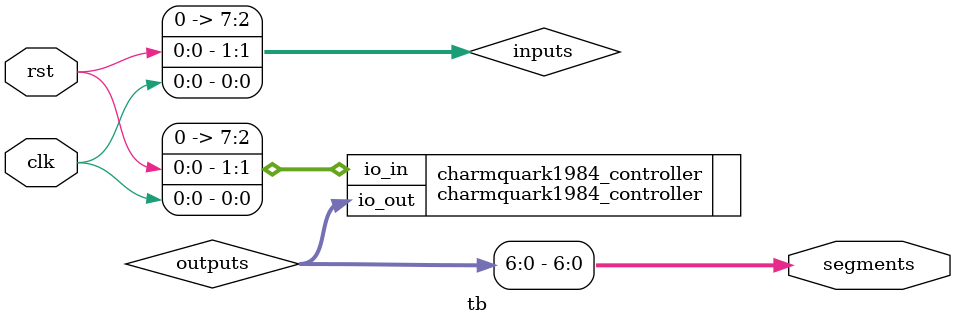
<source format=v>
`default_nettype none
`timescale 1ns/1ps

/*
this testbench just instantiates the module and makes some convenient wires
that can be driven / tested by the cocotb test.py
*/

module tb (
    // testbench is controlled by test.py
    input clk,
    input rst,
    output [6:0] segments
   );

    // this part dumps the trace to a vcd file that can be viewed with GTKWave
    initial begin
        $dumpfile ("tb.vcd");
        $dumpvars (0, tb);
        #1;
    end

    // wire up the inputs and outputs
    wire [7:0] inputs = {6'b0, rst, clk};
    wire [7:0] outputs;
    assign segments = outputs[6:0];

    // instantiate the DUT
    charmquark1984_controller #(.MAX_COUNT(100)) charmquark1984_controller(
        .io_in  (inputs),
        .io_out (outputs)
        );

endmodule

</source>
